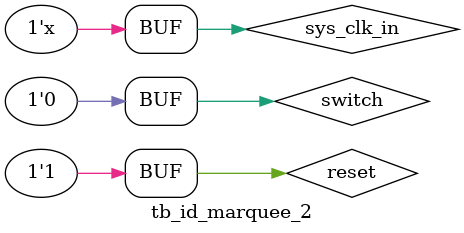
<source format=v>
`timescale 1ns/1ns
module tb_id_marquee_2();
    reg sys_clk_in;
    reg reset;
    reg switch; // Number of bits to shift
    wire [63:0] binary_out;
    wire [7:0] display_out;
    wire [7:0] seg_control;


parameter clk_freq = 28'd1000_0000; // 10MHz clock input
parameter shift_freqHz = 28'd500_0000; // 5MHz shift frequency

id_marquee_2 #(
    .clk_freq(clk_freq),
    .shift_freqHz(shift_freqHz)
) UUT1(
    .sys_clk_in(sys_clk_in),
    .reset(reset),
    .switch(switch), // 0 for left shift, 1 for right shift
    .binary_out(binary_out),
    .display_out(display_out),
    .seg_control(seg_control)
);

initial 
begin
    begin
        sys_clk_in = 1'b0; // Initialize the clock input to 0
        switch = 1'b0; // Initialize the reset input to 0
    end
    #1  reset = 1'b1; // Initialize the clock input to 0
    #1  reset = 1'b0; // Initialize the clock input to 0
    #1  reset = 1'b1; // Initialize the clock input to 0
end

always
begin
    #5 sys_clk_in = ~sys_clk_in; // Toggle the clock input every 5 time units
end

endmodule
</source>
